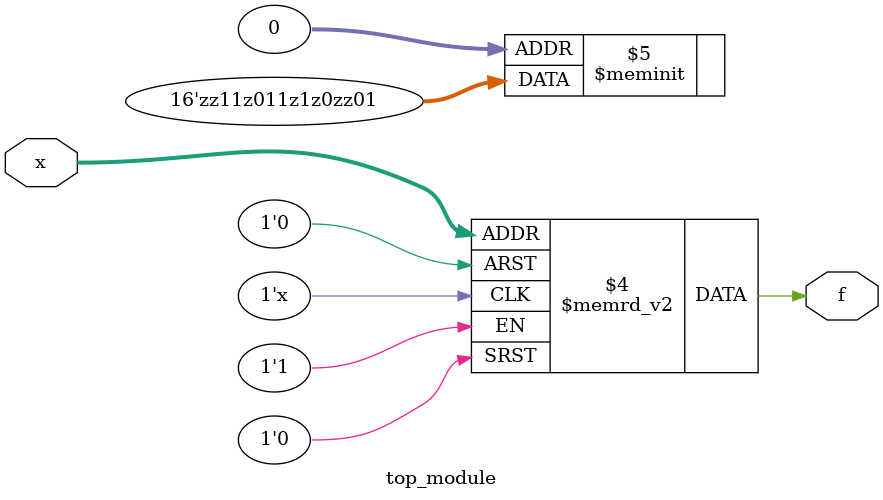
<source format=sv>
module top_module (
	input [4:1] x,
	output logic f
);

always_comb begin
    case (x)
        4'b00_00: f = 1'b1;
        4'b00_01: f = 1'b0;
        4'b00_10: f = 1'bz;
        4'b00_11: f = 1'bz;
        4'b01_00: f = 1'b0;
        4'b01_01: f = 1'bz;
        4'b01_10: f = 1'b1;
        4'b01_11: f = 1'bz;
        4'b10_00: f = 1'b1;
        4'b10_01: f = 1'b1;
        4'b10_10: f = 1'b0;
        4'b10_11: f = 1'bz;
        4'b11_00: f = 1'b1;
        4'b11_01: f = 1'b1;
        4'b11_10: f = 1'bz;
        4'b11_11: f = 1'bz;
        default: f = 1'bz; // Handle don't-cares
    endcase
end

endmodule

</source>
